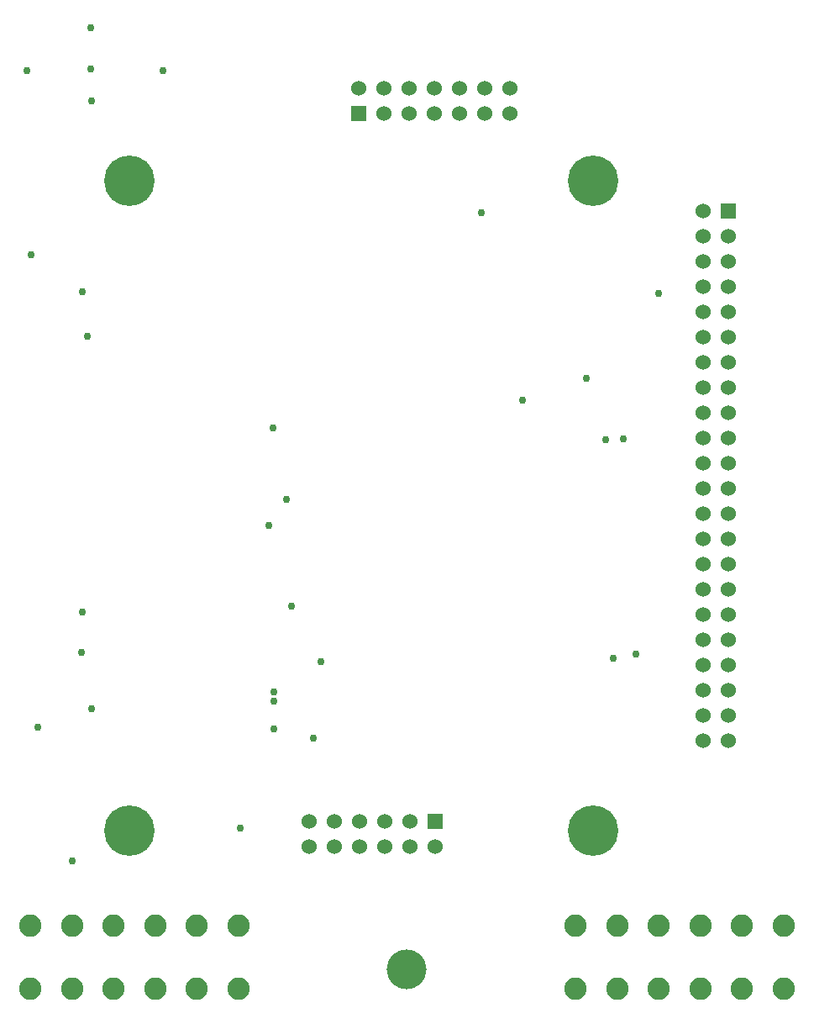
<source format=gbr>
G04 GENERATED BY PULSONIX 12.5 GERBER.DLL 9362*
G04 #@! TF.GenerationSoftware,Pulsonix,Pulsonix,12.5.9360*
G04 #@! TF.CreationDate,2023-08-16T02:30:57+04:00*
G04 #@! TF.Part,Single*
%INCOMPARATOR INTERFACE V2*%
%LNGND PLANE (POSITIVE)*%
%FSLAX35Y35*%
%LPD*%
%MOIN*%
G04 #@! TF.FileFunction,Copper,L3,Inr*
G04 #@! TF.FilePolarity,Positive*
G04 #@! TA.AperFunction,ViaPad*
%ADD18C,0.03000*%
G04 #@! TA.AperFunction,ComponentPad*
%ADD71R,0.06000X0.06000*%
%ADD20C,0.06000*%
G04 #@! TA.AperFunction,WasherPad*
%ADD139C,0.20000*%
%ADD140C,0.15748*%
G04 #@! TA.AperFunction,ComponentPad*
%ADD141C,0.08858*%
G04 #@! TD.AperFunction*
X0Y0D02*
D02*
D18*
X14854Y1426800D03*
X16654Y1354100D03*
X19254Y1166700D03*
X32854Y1113500D03*
X36654Y1196300D03*
X36854Y1339300D03*
X37054Y1212300D03*
X39054Y1321500D03*
X40254Y1427500D03*
Y1443900D03*
X40454Y1174100D03*
Y1414900D03*
X49358Y1065096D03*
X68854Y1426800D03*
X99654Y1126500D03*
X111054Y1246600D03*
X112431Y1285400D03*
X113054Y1165900D03*
Y1176900D03*
Y1180500D03*
X118054Y1256800D03*
X120054Y1214700D03*
X128654Y1162300D03*
X131654Y1192700D03*
X195254Y1370700D03*
X211454Y1296300D03*
X236854Y1305100D03*
X244654Y1280500D03*
X247654Y1193900D03*
X251654Y1280900D03*
X256454Y1195500D03*
X265454Y1338700D03*
D02*
D71*
X146412Y1410002D03*
X177012Y1129202D03*
X293212Y1371202D03*
D02*
D20*
X127012Y1119202D03*
Y1129202D03*
X137012Y1119202D03*
Y1129202D03*
X146412Y1420002D03*
X147012Y1119202D03*
Y1129202D03*
X156412Y1410002D03*
Y1420002D03*
X157012Y1119202D03*
Y1129202D03*
X166412Y1410002D03*
Y1420002D03*
X167012Y1119202D03*
Y1129202D03*
X176412Y1410002D03*
Y1420002D03*
X177012Y1119202D03*
X186412Y1410002D03*
Y1420002D03*
X196412Y1410002D03*
Y1420002D03*
X206412Y1410002D03*
Y1420002D03*
X283212Y1161202D03*
Y1171202D03*
Y1181202D03*
Y1191202D03*
Y1201202D03*
Y1211202D03*
Y1221202D03*
Y1231202D03*
Y1241202D03*
Y1251202D03*
Y1261202D03*
Y1271202D03*
Y1281202D03*
Y1291202D03*
Y1301202D03*
Y1311202D03*
Y1321202D03*
Y1331202D03*
Y1341202D03*
Y1351202D03*
Y1361202D03*
Y1371202D03*
X293212Y1161202D03*
Y1171202D03*
Y1181202D03*
Y1191202D03*
Y1201202D03*
Y1211202D03*
Y1221202D03*
Y1231202D03*
Y1241202D03*
Y1251202D03*
Y1261202D03*
Y1271202D03*
Y1281202D03*
Y1291202D03*
Y1301202D03*
Y1311202D03*
Y1321202D03*
Y1331202D03*
Y1341202D03*
Y1351202D03*
Y1361202D03*
D02*
D139*
X55612Y1125778D03*
Y1383278D03*
X239612Y1125778D03*
Y1383278D03*
D02*
D140*
X165654Y1070762D03*
D02*
D141*
X16366Y1063046D03*
Y1088046D03*
X32862Y1063046D03*
Y1088046D03*
X49358Y1063046D03*
Y1088046D03*
X65854Y1063046D03*
Y1088046D03*
X82350Y1063046D03*
Y1088046D03*
X98846Y1063046D03*
Y1088046D03*
X232662Y1063046D03*
Y1088046D03*
X249158Y1063046D03*
Y1088046D03*
X265654Y1063046D03*
Y1088046D03*
X282150Y1063046D03*
Y1088046D03*
X298646Y1063046D03*
Y1088046D03*
X315142Y1063046D03*
Y1088046D03*
X0Y0D02*
M02*

</source>
